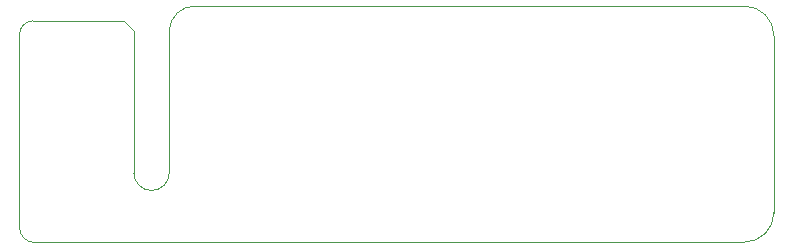
<source format=gm1>
G04 Layer_Color=16711935*
%FSLAX25Y25*%
%MOIN*%
G70*
G01*
G75*
%ADD45C,0.00394*%
D45*
X138232Y123130D02*
G03*
X144137Y117224I5906J0D01*
G01*
D02*
G03*
X150042Y123130I0J5906D01*
G01*
X158500Y178720D02*
G03*
X150042Y170768I44J-8520D01*
G01*
X341728Y99980D02*
G03*
X351571Y109823I0J9843D01*
G01*
Y168878D02*
G03*
X341728Y178720I-9843J0D01*
G01*
X100114Y104902D02*
G03*
X105116Y99900I5002J0D01*
G01*
X104699Y173799D02*
G03*
X100114Y169214I-0J-4585D01*
G01*
X134878Y173799D02*
X138231Y170446D01*
Y135600D02*
Y170446D01*
X120114Y173799D02*
X134878D01*
X150043Y135700D02*
Y170768D01*
X351571Y109823D02*
Y168878D01*
X351571D02*
X351571D01*
X150042Y99958D02*
X341728Y99980D01*
X158500Y178721D02*
X341728D01*
X105116Y99900D02*
X150042Y99958D01*
X100114Y104902D02*
Y169214D01*
X104699Y173799D02*
X120114D01*
X138231Y123130D02*
Y135600D01*
X150042Y123130D02*
Y135700D01*
M02*

</source>
